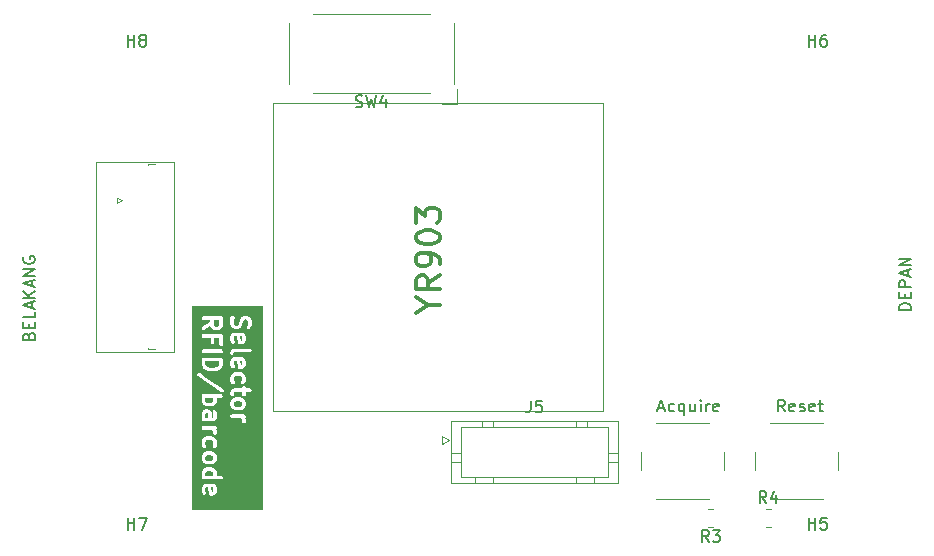
<source format=gbr>
%TF.GenerationSoftware,KiCad,Pcbnew,(7.99.0-200-gad838e3d73)*%
%TF.CreationDate,2024-03-07T11:40:56+07:00*%
%TF.ProjectId,WMS_PCB2,574d535f-5043-4423-922e-6b696361645f,rev?*%
%TF.SameCoordinates,Original*%
%TF.FileFunction,Legend,Top*%
%TF.FilePolarity,Positive*%
%FSLAX46Y46*%
G04 Gerber Fmt 4.6, Leading zero omitted, Abs format (unit mm)*
G04 Created by KiCad (PCBNEW (7.99.0-200-gad838e3d73)) date 2024-03-07 11:40:56*
%MOMM*%
%LPD*%
G01*
G04 APERTURE LIST*
%ADD10C,0.150000*%
%ADD11C,0.300000*%
%ADD12C,0.120000*%
%ADD13C,0.100000*%
G04 APERTURE END LIST*
D10*
X233672381Y-97617666D02*
X234148571Y-97617666D01*
X233577143Y-97903380D02*
X233910476Y-96903380D01*
X233910476Y-96903380D02*
X234243809Y-97903380D01*
X235005714Y-97855761D02*
X234910476Y-97903380D01*
X234910476Y-97903380D02*
X234720000Y-97903380D01*
X234720000Y-97903380D02*
X234624762Y-97855761D01*
X234624762Y-97855761D02*
X234577143Y-97808142D01*
X234577143Y-97808142D02*
X234529524Y-97712904D01*
X234529524Y-97712904D02*
X234529524Y-97427190D01*
X234529524Y-97427190D02*
X234577143Y-97331952D01*
X234577143Y-97331952D02*
X234624762Y-97284333D01*
X234624762Y-97284333D02*
X234720000Y-97236714D01*
X234720000Y-97236714D02*
X234910476Y-97236714D01*
X234910476Y-97236714D02*
X235005714Y-97284333D01*
X235862857Y-97236714D02*
X235862857Y-98236714D01*
X235862857Y-97855761D02*
X235767619Y-97903380D01*
X235767619Y-97903380D02*
X235577143Y-97903380D01*
X235577143Y-97903380D02*
X235481905Y-97855761D01*
X235481905Y-97855761D02*
X235434286Y-97808142D01*
X235434286Y-97808142D02*
X235386667Y-97712904D01*
X235386667Y-97712904D02*
X235386667Y-97427190D01*
X235386667Y-97427190D02*
X235434286Y-97331952D01*
X235434286Y-97331952D02*
X235481905Y-97284333D01*
X235481905Y-97284333D02*
X235577143Y-97236714D01*
X235577143Y-97236714D02*
X235767619Y-97236714D01*
X235767619Y-97236714D02*
X235862857Y-97284333D01*
X236767619Y-97236714D02*
X236767619Y-97903380D01*
X236339048Y-97236714D02*
X236339048Y-97760523D01*
X236339048Y-97760523D02*
X236386667Y-97855761D01*
X236386667Y-97855761D02*
X236481905Y-97903380D01*
X236481905Y-97903380D02*
X236624762Y-97903380D01*
X236624762Y-97903380D02*
X236720000Y-97855761D01*
X236720000Y-97855761D02*
X236767619Y-97808142D01*
X237243810Y-97903380D02*
X237243810Y-97236714D01*
X237243810Y-96903380D02*
X237196191Y-96951000D01*
X237196191Y-96951000D02*
X237243810Y-96998619D01*
X237243810Y-96998619D02*
X237291429Y-96951000D01*
X237291429Y-96951000D02*
X237243810Y-96903380D01*
X237243810Y-96903380D02*
X237243810Y-96998619D01*
X237720000Y-97903380D02*
X237720000Y-97236714D01*
X237720000Y-97427190D02*
X237767619Y-97331952D01*
X237767619Y-97331952D02*
X237815238Y-97284333D01*
X237815238Y-97284333D02*
X237910476Y-97236714D01*
X237910476Y-97236714D02*
X238005714Y-97236714D01*
X238720000Y-97855761D02*
X238624762Y-97903380D01*
X238624762Y-97903380D02*
X238434286Y-97903380D01*
X238434286Y-97903380D02*
X238339048Y-97855761D01*
X238339048Y-97855761D02*
X238291429Y-97760523D01*
X238291429Y-97760523D02*
X238291429Y-97379571D01*
X238291429Y-97379571D02*
X238339048Y-97284333D01*
X238339048Y-97284333D02*
X238434286Y-97236714D01*
X238434286Y-97236714D02*
X238624762Y-97236714D01*
X238624762Y-97236714D02*
X238720000Y-97284333D01*
X238720000Y-97284333D02*
X238767619Y-97379571D01*
X238767619Y-97379571D02*
X238767619Y-97474809D01*
X238767619Y-97474809D02*
X238291429Y-97570047D01*
X180360571Y-91503571D02*
X180408190Y-91360714D01*
X180408190Y-91360714D02*
X180455809Y-91313095D01*
X180455809Y-91313095D02*
X180551047Y-91265476D01*
X180551047Y-91265476D02*
X180693904Y-91265476D01*
X180693904Y-91265476D02*
X180789142Y-91313095D01*
X180789142Y-91313095D02*
X180836761Y-91360714D01*
X180836761Y-91360714D02*
X180884380Y-91455952D01*
X180884380Y-91455952D02*
X180884380Y-91836904D01*
X180884380Y-91836904D02*
X179884380Y-91836904D01*
X179884380Y-91836904D02*
X179884380Y-91503571D01*
X179884380Y-91503571D02*
X179932000Y-91408333D01*
X179932000Y-91408333D02*
X179979619Y-91360714D01*
X179979619Y-91360714D02*
X180074857Y-91313095D01*
X180074857Y-91313095D02*
X180170095Y-91313095D01*
X180170095Y-91313095D02*
X180265333Y-91360714D01*
X180265333Y-91360714D02*
X180312952Y-91408333D01*
X180312952Y-91408333D02*
X180360571Y-91503571D01*
X180360571Y-91503571D02*
X180360571Y-91836904D01*
X180360571Y-90836904D02*
X180360571Y-90503571D01*
X180884380Y-90360714D02*
X180884380Y-90836904D01*
X180884380Y-90836904D02*
X179884380Y-90836904D01*
X179884380Y-90836904D02*
X179884380Y-90360714D01*
X180884380Y-89455952D02*
X180884380Y-89932142D01*
X180884380Y-89932142D02*
X179884380Y-89932142D01*
X180598666Y-89170237D02*
X180598666Y-88694047D01*
X180884380Y-89265475D02*
X179884380Y-88932142D01*
X179884380Y-88932142D02*
X180884380Y-88598809D01*
X180884380Y-88265475D02*
X179884380Y-88265475D01*
X180884380Y-87694047D02*
X180312952Y-88122618D01*
X179884380Y-87694047D02*
X180455809Y-88265475D01*
X180598666Y-87313094D02*
X180598666Y-86836904D01*
X180884380Y-87408332D02*
X179884380Y-87074999D01*
X179884380Y-87074999D02*
X180884380Y-86741666D01*
X180884380Y-86408332D02*
X179884380Y-86408332D01*
X179884380Y-86408332D02*
X180884380Y-85836904D01*
X180884380Y-85836904D02*
X179884380Y-85836904D01*
X179932000Y-84836904D02*
X179884380Y-84932142D01*
X179884380Y-84932142D02*
X179884380Y-85074999D01*
X179884380Y-85074999D02*
X179932000Y-85217856D01*
X179932000Y-85217856D02*
X180027238Y-85313094D01*
X180027238Y-85313094D02*
X180122476Y-85360713D01*
X180122476Y-85360713D02*
X180312952Y-85408332D01*
X180312952Y-85408332D02*
X180455809Y-85408332D01*
X180455809Y-85408332D02*
X180646285Y-85360713D01*
X180646285Y-85360713D02*
X180741523Y-85313094D01*
X180741523Y-85313094D02*
X180836761Y-85217856D01*
X180836761Y-85217856D02*
X180884380Y-85074999D01*
X180884380Y-85074999D02*
X180884380Y-84979761D01*
X180884380Y-84979761D02*
X180836761Y-84836904D01*
X180836761Y-84836904D02*
X180789142Y-84789285D01*
X180789142Y-84789285D02*
X180455809Y-84789285D01*
X180455809Y-84789285D02*
X180455809Y-84979761D01*
X244379904Y-97903380D02*
X244046571Y-97427190D01*
X243808476Y-97903380D02*
X243808476Y-96903380D01*
X243808476Y-96903380D02*
X244189428Y-96903380D01*
X244189428Y-96903380D02*
X244284666Y-96951000D01*
X244284666Y-96951000D02*
X244332285Y-96998619D01*
X244332285Y-96998619D02*
X244379904Y-97093857D01*
X244379904Y-97093857D02*
X244379904Y-97236714D01*
X244379904Y-97236714D02*
X244332285Y-97331952D01*
X244332285Y-97331952D02*
X244284666Y-97379571D01*
X244284666Y-97379571D02*
X244189428Y-97427190D01*
X244189428Y-97427190D02*
X243808476Y-97427190D01*
X245189428Y-97855761D02*
X245094190Y-97903380D01*
X245094190Y-97903380D02*
X244903714Y-97903380D01*
X244903714Y-97903380D02*
X244808476Y-97855761D01*
X244808476Y-97855761D02*
X244760857Y-97760523D01*
X244760857Y-97760523D02*
X244760857Y-97379571D01*
X244760857Y-97379571D02*
X244808476Y-97284333D01*
X244808476Y-97284333D02*
X244903714Y-97236714D01*
X244903714Y-97236714D02*
X245094190Y-97236714D01*
X245094190Y-97236714D02*
X245189428Y-97284333D01*
X245189428Y-97284333D02*
X245237047Y-97379571D01*
X245237047Y-97379571D02*
X245237047Y-97474809D01*
X245237047Y-97474809D02*
X244760857Y-97570047D01*
X245618000Y-97855761D02*
X245713238Y-97903380D01*
X245713238Y-97903380D02*
X245903714Y-97903380D01*
X245903714Y-97903380D02*
X245998952Y-97855761D01*
X245998952Y-97855761D02*
X246046571Y-97760523D01*
X246046571Y-97760523D02*
X246046571Y-97712904D01*
X246046571Y-97712904D02*
X245998952Y-97617666D01*
X245998952Y-97617666D02*
X245903714Y-97570047D01*
X245903714Y-97570047D02*
X245760857Y-97570047D01*
X245760857Y-97570047D02*
X245665619Y-97522428D01*
X245665619Y-97522428D02*
X245618000Y-97427190D01*
X245618000Y-97427190D02*
X245618000Y-97379571D01*
X245618000Y-97379571D02*
X245665619Y-97284333D01*
X245665619Y-97284333D02*
X245760857Y-97236714D01*
X245760857Y-97236714D02*
X245903714Y-97236714D01*
X245903714Y-97236714D02*
X245998952Y-97284333D01*
X246856095Y-97855761D02*
X246760857Y-97903380D01*
X246760857Y-97903380D02*
X246570381Y-97903380D01*
X246570381Y-97903380D02*
X246475143Y-97855761D01*
X246475143Y-97855761D02*
X246427524Y-97760523D01*
X246427524Y-97760523D02*
X246427524Y-97379571D01*
X246427524Y-97379571D02*
X246475143Y-97284333D01*
X246475143Y-97284333D02*
X246570381Y-97236714D01*
X246570381Y-97236714D02*
X246760857Y-97236714D01*
X246760857Y-97236714D02*
X246856095Y-97284333D01*
X246856095Y-97284333D02*
X246903714Y-97379571D01*
X246903714Y-97379571D02*
X246903714Y-97474809D01*
X246903714Y-97474809D02*
X246427524Y-97570047D01*
X247189429Y-97236714D02*
X247570381Y-97236714D01*
X247332286Y-96903380D02*
X247332286Y-97760523D01*
X247332286Y-97760523D02*
X247379905Y-97855761D01*
X247379905Y-97855761D02*
X247475143Y-97903380D01*
X247475143Y-97903380D02*
X247570381Y-97903380D01*
X255052380Y-89296904D02*
X254052380Y-89296904D01*
X254052380Y-89296904D02*
X254052380Y-89058809D01*
X254052380Y-89058809D02*
X254100000Y-88915952D01*
X254100000Y-88915952D02*
X254195238Y-88820714D01*
X254195238Y-88820714D02*
X254290476Y-88773095D01*
X254290476Y-88773095D02*
X254480952Y-88725476D01*
X254480952Y-88725476D02*
X254623809Y-88725476D01*
X254623809Y-88725476D02*
X254814285Y-88773095D01*
X254814285Y-88773095D02*
X254909523Y-88820714D01*
X254909523Y-88820714D02*
X255004761Y-88915952D01*
X255004761Y-88915952D02*
X255052380Y-89058809D01*
X255052380Y-89058809D02*
X255052380Y-89296904D01*
X254528571Y-88296904D02*
X254528571Y-87963571D01*
X255052380Y-87820714D02*
X255052380Y-88296904D01*
X255052380Y-88296904D02*
X254052380Y-88296904D01*
X254052380Y-88296904D02*
X254052380Y-87820714D01*
X255052380Y-87392142D02*
X254052380Y-87392142D01*
X254052380Y-87392142D02*
X254052380Y-87011190D01*
X254052380Y-87011190D02*
X254100000Y-86915952D01*
X254100000Y-86915952D02*
X254147619Y-86868333D01*
X254147619Y-86868333D02*
X254242857Y-86820714D01*
X254242857Y-86820714D02*
X254385714Y-86820714D01*
X254385714Y-86820714D02*
X254480952Y-86868333D01*
X254480952Y-86868333D02*
X254528571Y-86915952D01*
X254528571Y-86915952D02*
X254576190Y-87011190D01*
X254576190Y-87011190D02*
X254576190Y-87392142D01*
X254766666Y-86439761D02*
X254766666Y-85963571D01*
X255052380Y-86534999D02*
X254052380Y-86201666D01*
X254052380Y-86201666D02*
X255052380Y-85868333D01*
X255052380Y-85534999D02*
X254052380Y-85534999D01*
X254052380Y-85534999D02*
X255052380Y-84963571D01*
X255052380Y-84963571D02*
X254052380Y-84963571D01*
D11*
G36*
X195961196Y-104345231D02*
G01*
X195994428Y-104411696D01*
X195994428Y-104626590D01*
X195961196Y-104693053D01*
X195908844Y-104719229D01*
X195827398Y-104312000D01*
X195894731Y-104312000D01*
X195961196Y-104345231D01*
G37*
G36*
X195912717Y-102999563D02*
G01*
X195949722Y-103036568D01*
X195994428Y-103125981D01*
X195994428Y-103340876D01*
X195980294Y-103369143D01*
X195308562Y-103369143D01*
X195294428Y-103340874D01*
X195294428Y-103125982D01*
X195339135Y-103036566D01*
X195376138Y-102999563D01*
X195465552Y-102954857D01*
X195823304Y-102954857D01*
X195912717Y-102999563D01*
G37*
G36*
X195912717Y-101642420D02*
G01*
X195949722Y-101679425D01*
X195994428Y-101768838D01*
X195994428Y-101912304D01*
X195949721Y-102001718D01*
X195912716Y-102038722D01*
X195823304Y-102083428D01*
X195465552Y-102083428D01*
X195376137Y-102038720D01*
X195339135Y-102001718D01*
X195294428Y-101912304D01*
X195294428Y-101768839D01*
X195339135Y-101679423D01*
X195376138Y-101642420D01*
X195465552Y-101597714D01*
X195823304Y-101597714D01*
X195912717Y-101642420D01*
G37*
G36*
X195532624Y-98059517D02*
G01*
X195565857Y-98125983D01*
X195565857Y-98439641D01*
X195565756Y-98440572D01*
X195308562Y-98440572D01*
X195294428Y-98412303D01*
X195294428Y-98125982D01*
X195327660Y-98059517D01*
X195394124Y-98026286D01*
X195466161Y-98026286D01*
X195532624Y-98059517D01*
G37*
G36*
X198342717Y-97070990D02*
G01*
X198379722Y-97107995D01*
X198424428Y-97197408D01*
X198424428Y-97340874D01*
X198379721Y-97430288D01*
X198342716Y-97467292D01*
X198253304Y-97511998D01*
X197895552Y-97511998D01*
X197806137Y-97467290D01*
X197769135Y-97430288D01*
X197724428Y-97340874D01*
X197724428Y-97197409D01*
X197769135Y-97107993D01*
X197806138Y-97070990D01*
X197895552Y-97026284D01*
X198253304Y-97026284D01*
X198342717Y-97070990D01*
G37*
G36*
X195994428Y-96768839D02*
G01*
X195994428Y-96983733D01*
X195949721Y-97073147D01*
X195912716Y-97110151D01*
X195823304Y-97154857D01*
X195465552Y-97154857D01*
X195376137Y-97110149D01*
X195339135Y-97073147D01*
X195294428Y-96983733D01*
X195294428Y-96768839D01*
X195308562Y-96740571D01*
X195980294Y-96740571D01*
X195994428Y-96768839D01*
G37*
G36*
X196494428Y-93851943D02*
G01*
X196441895Y-94009543D01*
X196341286Y-94110150D01*
X196234932Y-94163328D01*
X195983107Y-94226285D01*
X195805749Y-94226285D01*
X195553926Y-94163329D01*
X195447569Y-94110151D01*
X195346961Y-94009543D01*
X195294428Y-93851943D01*
X195294428Y-93669142D01*
X196494428Y-93669142D01*
X196494428Y-93851943D01*
G37*
G36*
X198391196Y-93630944D02*
G01*
X198424428Y-93697409D01*
X198424428Y-93912303D01*
X198391196Y-93978766D01*
X198338844Y-94004942D01*
X198257398Y-93597713D01*
X198324731Y-93597713D01*
X198391196Y-93630944D01*
G37*
G36*
X198391196Y-91559516D02*
G01*
X198424428Y-91625981D01*
X198424428Y-91840875D01*
X198391196Y-91907338D01*
X198338844Y-91933514D01*
X198257398Y-91526285D01*
X198324731Y-91526285D01*
X198391196Y-91559516D01*
G37*
G36*
X196494428Y-90555161D02*
G01*
X196449721Y-90644575D01*
X196412716Y-90681579D01*
X196323304Y-90726285D01*
X196179838Y-90726285D01*
X196090424Y-90681578D01*
X196053419Y-90644573D01*
X196008714Y-90555161D01*
X196008714Y-90384038D01*
X196012455Y-90347939D01*
X196008714Y-90340536D01*
X196008714Y-90169142D01*
X196494428Y-90169142D01*
X196494428Y-90555161D01*
G37*
G36*
X200162286Y-106276286D02*
G01*
X194153714Y-106276286D01*
X194153714Y-104393067D01*
X194988998Y-104393067D01*
X194994428Y-104406159D01*
X194994428Y-104653925D01*
X194990567Y-104689688D01*
X195004274Y-104717102D01*
X195012912Y-104746520D01*
X195023624Y-104755802D01*
X195091339Y-104891230D01*
X195136024Y-104939270D01*
X195221367Y-104961092D01*
X195304960Y-104933312D01*
X195360263Y-104864748D01*
X195369718Y-104777168D01*
X195294428Y-104626590D01*
X195294428Y-104411696D01*
X195327660Y-104345231D01*
X195394124Y-104312000D01*
X195521457Y-104312000D01*
X195635145Y-104880438D01*
X195632543Y-104898535D01*
X195643611Y-104922772D01*
X195644428Y-104926853D01*
X195652537Y-104942317D01*
X195669136Y-104978662D01*
X195672849Y-104981048D01*
X195674899Y-104984957D01*
X195709635Y-105004689D01*
X195743241Y-105026286D01*
X195747654Y-105026286D01*
X195751492Y-105028466D01*
X195791389Y-105026286D01*
X195922066Y-105026286D01*
X195957830Y-105030147D01*
X195985245Y-105016439D01*
X196014662Y-105007802D01*
X196023943Y-104997090D01*
X196105901Y-104956111D01*
X196111730Y-104956317D01*
X196144934Y-104936595D01*
X196159373Y-104929376D01*
X196163407Y-104925623D01*
X196187467Y-104911333D01*
X196195028Y-104896209D01*
X196207413Y-104884690D01*
X196214346Y-104857573D01*
X196274980Y-104736305D01*
X196294428Y-104706044D01*
X196294428Y-104675392D01*
X196299858Y-104645218D01*
X196294428Y-104632126D01*
X196294428Y-104384363D01*
X196298289Y-104348599D01*
X196284581Y-104321184D01*
X196275944Y-104291766D01*
X196265232Y-104282484D01*
X196224254Y-104200527D01*
X196224460Y-104194697D01*
X196204732Y-104161484D01*
X196197519Y-104147056D01*
X196193768Y-104143023D01*
X196179476Y-104118961D01*
X196164352Y-104111399D01*
X196152834Y-104099016D01*
X196125717Y-104092081D01*
X196004446Y-104031447D01*
X195974186Y-104012000D01*
X195943534Y-104012000D01*
X195913360Y-104006570D01*
X195900268Y-104012000D01*
X195684059Y-104012000D01*
X195680221Y-104009820D01*
X195640324Y-104012000D01*
X195366790Y-104012000D01*
X195331027Y-104008139D01*
X195303612Y-104021846D01*
X195274194Y-104030484D01*
X195264912Y-104041195D01*
X195182955Y-104082173D01*
X195177127Y-104081968D01*
X195143922Y-104101690D01*
X195129484Y-104108909D01*
X195125449Y-104112661D01*
X195101390Y-104126952D01*
X195093828Y-104142075D01*
X195081444Y-104153595D01*
X195074510Y-104180710D01*
X195013873Y-104301983D01*
X194994428Y-104332242D01*
X194994428Y-104362893D01*
X194988998Y-104393067D01*
X194153714Y-104393067D01*
X194153714Y-103107352D01*
X194988998Y-103107352D01*
X194994428Y-103120444D01*
X194994428Y-103368209D01*
X194990567Y-103403973D01*
X195004274Y-103431388D01*
X195008758Y-103446657D01*
X195002223Y-103454200D01*
X194989686Y-103541392D01*
X195026279Y-103621519D01*
X195100384Y-103669143D01*
X195196982Y-103669143D01*
X195221366Y-103675378D01*
X195240128Y-103669143D01*
X196070339Y-103669143D01*
X196111731Y-103670602D01*
X196114187Y-103669143D01*
X196665996Y-103669143D01*
X196728948Y-103650659D01*
X196786633Y-103584086D01*
X196799170Y-103496894D01*
X196762577Y-103416767D01*
X196688472Y-103369143D01*
X196298123Y-103369143D01*
X196299858Y-103359503D01*
X196294428Y-103346411D01*
X196294428Y-103098647D01*
X196298289Y-103062884D01*
X196284581Y-103035469D01*
X196275944Y-103006051D01*
X196265232Y-102996769D01*
X196215574Y-102897453D01*
X196210210Y-102872792D01*
X196180998Y-102843580D01*
X196152833Y-102813301D01*
X196149992Y-102812574D01*
X196120935Y-102783517D01*
X196108047Y-102761818D01*
X196071095Y-102743342D01*
X196034802Y-102723524D01*
X196031877Y-102723733D01*
X195933016Y-102674302D01*
X195902758Y-102654857D01*
X195872107Y-102654857D01*
X195841932Y-102649427D01*
X195828840Y-102654857D01*
X195438218Y-102654857D01*
X195402455Y-102650996D01*
X195375040Y-102664703D01*
X195345622Y-102673341D01*
X195336340Y-102684052D01*
X195237022Y-102733710D01*
X195212362Y-102739076D01*
X195183154Y-102768283D01*
X195152872Y-102796452D01*
X195152145Y-102799292D01*
X195123088Y-102828350D01*
X195101390Y-102841238D01*
X195082915Y-102878187D01*
X195063096Y-102914484D01*
X195063305Y-102917407D01*
X195013878Y-103016261D01*
X194994428Y-103046527D01*
X194994428Y-103077180D01*
X194988998Y-103107352D01*
X194153714Y-103107352D01*
X194153714Y-101750209D01*
X194988998Y-101750209D01*
X194994428Y-101763301D01*
X194994428Y-101939639D01*
X194990567Y-101975402D01*
X195004274Y-102002816D01*
X195012912Y-102032234D01*
X195023624Y-102041516D01*
X195073282Y-102140830D01*
X195078647Y-102165492D01*
X195107853Y-102194698D01*
X195136024Y-102224984D01*
X195138864Y-102225710D01*
X195167919Y-102254766D01*
X195180809Y-102276467D01*
X195217767Y-102294946D01*
X195254053Y-102314760D01*
X195256977Y-102314550D01*
X195355836Y-102363980D01*
X195386098Y-102383428D01*
X195416750Y-102383428D01*
X195446924Y-102388858D01*
X195460016Y-102383428D01*
X195850638Y-102383428D01*
X195886401Y-102387289D01*
X195913815Y-102373581D01*
X195943234Y-102364944D01*
X195952515Y-102354232D01*
X196051831Y-102304574D01*
X196076493Y-102299210D01*
X196105704Y-102269998D01*
X196135984Y-102241833D01*
X196136710Y-102238992D01*
X196165767Y-102209935D01*
X196187467Y-102197047D01*
X196205941Y-102160097D01*
X196225761Y-102123802D01*
X196225551Y-102120877D01*
X196274980Y-102022019D01*
X196294428Y-101991758D01*
X196294428Y-101961106D01*
X196299858Y-101930932D01*
X196294428Y-101917840D01*
X196294428Y-101741504D01*
X196298289Y-101705741D01*
X196284581Y-101678326D01*
X196275944Y-101648908D01*
X196265232Y-101639626D01*
X196215574Y-101540310D01*
X196210210Y-101515649D01*
X196180998Y-101486437D01*
X196152833Y-101456158D01*
X196149992Y-101455431D01*
X196120935Y-101426374D01*
X196108047Y-101404675D01*
X196071095Y-101386199D01*
X196034802Y-101366381D01*
X196031877Y-101366590D01*
X195933016Y-101317159D01*
X195902758Y-101297714D01*
X195872107Y-101297714D01*
X195841932Y-101292284D01*
X195828840Y-101297714D01*
X195438218Y-101297714D01*
X195402455Y-101293853D01*
X195375040Y-101307560D01*
X195345622Y-101316198D01*
X195336340Y-101326909D01*
X195237022Y-101376567D01*
X195212362Y-101381933D01*
X195183154Y-101411140D01*
X195152872Y-101439309D01*
X195152145Y-101442149D01*
X195123088Y-101471207D01*
X195101390Y-101484095D01*
X195082915Y-101521044D01*
X195063096Y-101557341D01*
X195063305Y-101560264D01*
X195013878Y-101659118D01*
X194994428Y-101689384D01*
X194994428Y-101720037D01*
X194988998Y-101750209D01*
X194153714Y-101750209D01*
X194153714Y-100464495D01*
X194988998Y-100464495D01*
X194994428Y-100477587D01*
X194994428Y-100725352D01*
X194990567Y-100761116D01*
X195004274Y-100788531D01*
X195012912Y-100817948D01*
X195023623Y-100827229D01*
X195091338Y-100962659D01*
X195136024Y-101010699D01*
X195221366Y-101032521D01*
X195304960Y-101004741D01*
X195360263Y-100936178D01*
X195369718Y-100848598D01*
X195294428Y-100698017D01*
X195294428Y-100483125D01*
X195339135Y-100393709D01*
X195376138Y-100356706D01*
X195465552Y-100312000D01*
X195823304Y-100312000D01*
X195912717Y-100356706D01*
X195949722Y-100393711D01*
X195994428Y-100483124D01*
X195994428Y-100698019D01*
X195929190Y-100828496D01*
X195917570Y-100893068D01*
X195951318Y-100974435D01*
X196023698Y-101024642D01*
X196111731Y-101027745D01*
X196187468Y-100982762D01*
X196274981Y-100807731D01*
X196294428Y-100777472D01*
X196294428Y-100746820D01*
X196299858Y-100716646D01*
X196294428Y-100703554D01*
X196294428Y-100455790D01*
X196298289Y-100420027D01*
X196284581Y-100392612D01*
X196275944Y-100363194D01*
X196265232Y-100353912D01*
X196215574Y-100254596D01*
X196210210Y-100229935D01*
X196180998Y-100200723D01*
X196152833Y-100170444D01*
X196149992Y-100169717D01*
X196120935Y-100140660D01*
X196108047Y-100118961D01*
X196071095Y-100100485D01*
X196034802Y-100080667D01*
X196031877Y-100080876D01*
X195933016Y-100031445D01*
X195902758Y-100012000D01*
X195872107Y-100012000D01*
X195841932Y-100006570D01*
X195828840Y-100012000D01*
X195438218Y-100012000D01*
X195402455Y-100008139D01*
X195375040Y-100021846D01*
X195345622Y-100030484D01*
X195336340Y-100041195D01*
X195237022Y-100090853D01*
X195212362Y-100096219D01*
X195183154Y-100125426D01*
X195152872Y-100153595D01*
X195152145Y-100156435D01*
X195123088Y-100185493D01*
X195101390Y-100198381D01*
X195082915Y-100235330D01*
X195063096Y-100271627D01*
X195063305Y-100274550D01*
X195013878Y-100373404D01*
X194994428Y-100403670D01*
X194994428Y-100434323D01*
X194988998Y-100464495D01*
X194153714Y-100464495D01*
X194153714Y-99327106D01*
X194989686Y-99327106D01*
X195026279Y-99407233D01*
X195100384Y-99454857D01*
X195823303Y-99454857D01*
X195912717Y-99499564D01*
X195949722Y-99536569D01*
X195994428Y-99625982D01*
X195994428Y-99754997D01*
X196012912Y-99817949D01*
X196079485Y-99875634D01*
X196166677Y-99888171D01*
X196246804Y-99851578D01*
X196294428Y-99777473D01*
X196294428Y-99598648D01*
X196298289Y-99562885D01*
X196284581Y-99535470D01*
X196275944Y-99506052D01*
X196265232Y-99496770D01*
X196232807Y-99431919D01*
X196286633Y-99369800D01*
X196299170Y-99282608D01*
X196262577Y-99202481D01*
X196188472Y-99154857D01*
X195872105Y-99154857D01*
X195841933Y-99149427D01*
X195828841Y-99154857D01*
X195122860Y-99154857D01*
X195059908Y-99173341D01*
X195002223Y-99239914D01*
X194989686Y-99327106D01*
X194153714Y-99327106D01*
X194153714Y-98107353D01*
X194988998Y-98107353D01*
X194994428Y-98120445D01*
X194994428Y-98439638D01*
X194990567Y-98475402D01*
X195004274Y-98502817D01*
X195008758Y-98518086D01*
X195002223Y-98525629D01*
X194989686Y-98612821D01*
X195026279Y-98692948D01*
X195100384Y-98740572D01*
X195196982Y-98740572D01*
X195221366Y-98746807D01*
X195240128Y-98740572D01*
X195768407Y-98740572D01*
X195792794Y-98746808D01*
X195811559Y-98740572D01*
X195922066Y-98740572D01*
X195957830Y-98744433D01*
X195985245Y-98730725D01*
X196014662Y-98722088D01*
X196023943Y-98711376D01*
X196105901Y-98670397D01*
X196111730Y-98670603D01*
X196144934Y-98650881D01*
X196159373Y-98643662D01*
X196163407Y-98639909D01*
X196187467Y-98625619D01*
X196195028Y-98610495D01*
X196207413Y-98598976D01*
X196214346Y-98571859D01*
X196274980Y-98450591D01*
X196294428Y-98420330D01*
X196294428Y-98389678D01*
X196299858Y-98359504D01*
X196294428Y-98346412D01*
X196294428Y-98327104D01*
X197419686Y-98327104D01*
X197456279Y-98407231D01*
X197530384Y-98454855D01*
X198253303Y-98454855D01*
X198342717Y-98499562D01*
X198379722Y-98536567D01*
X198424428Y-98625980D01*
X198424428Y-98754995D01*
X198442912Y-98817947D01*
X198509485Y-98875632D01*
X198596677Y-98888169D01*
X198676804Y-98851576D01*
X198724428Y-98777471D01*
X198724428Y-98598646D01*
X198728289Y-98562883D01*
X198714581Y-98535468D01*
X198705944Y-98506050D01*
X198695232Y-98496768D01*
X198662807Y-98431917D01*
X198716633Y-98369798D01*
X198729170Y-98282606D01*
X198692577Y-98202479D01*
X198618472Y-98154855D01*
X198302105Y-98154855D01*
X198271933Y-98149425D01*
X198258841Y-98154855D01*
X197552860Y-98154855D01*
X197489908Y-98173339D01*
X197432223Y-98239912D01*
X197419686Y-98327104D01*
X196294428Y-98327104D01*
X196294428Y-98098649D01*
X196298289Y-98062885D01*
X196284581Y-98035470D01*
X196275944Y-98006052D01*
X196265232Y-97996770D01*
X196197519Y-97861342D01*
X196152834Y-97813302D01*
X196067492Y-97791479D01*
X195983898Y-97819258D01*
X195928595Y-97887821D01*
X195919139Y-97975401D01*
X195994428Y-98125982D01*
X195994428Y-98340876D01*
X195961196Y-98407339D01*
X195894731Y-98440572D01*
X195879990Y-98440572D01*
X195865857Y-98412305D01*
X195865857Y-98098648D01*
X195869718Y-98062884D01*
X195856010Y-98035468D01*
X195847373Y-98006052D01*
X195836661Y-97996770D01*
X195795682Y-97914812D01*
X195795888Y-97908984D01*
X195776166Y-97875779D01*
X195768947Y-97861341D01*
X195765194Y-97857306D01*
X195750904Y-97833247D01*
X195735780Y-97825685D01*
X195724261Y-97813301D01*
X195697144Y-97806367D01*
X195575873Y-97745731D01*
X195545615Y-97726286D01*
X195514964Y-97726286D01*
X195484789Y-97720856D01*
X195471697Y-97726286D01*
X195366790Y-97726286D01*
X195331027Y-97722425D01*
X195303612Y-97736132D01*
X195274194Y-97744770D01*
X195264912Y-97755481D01*
X195182955Y-97796459D01*
X195177127Y-97796254D01*
X195143922Y-97815976D01*
X195129484Y-97823195D01*
X195125449Y-97826947D01*
X195101390Y-97841238D01*
X195093828Y-97856361D01*
X195081444Y-97867881D01*
X195074510Y-97894996D01*
X195013873Y-98016269D01*
X194994428Y-98046528D01*
X194994428Y-98077179D01*
X194988998Y-98107353D01*
X194153714Y-98107353D01*
X194153714Y-96750210D01*
X194988998Y-96750210D01*
X194994428Y-96763302D01*
X194994428Y-97011068D01*
X194990567Y-97046831D01*
X195004274Y-97074245D01*
X195012912Y-97103663D01*
X195023624Y-97112945D01*
X195073282Y-97212259D01*
X195078647Y-97236921D01*
X195107853Y-97266127D01*
X195136024Y-97296413D01*
X195138864Y-97297139D01*
X195167919Y-97326195D01*
X195180809Y-97347896D01*
X195217767Y-97366375D01*
X195254053Y-97386189D01*
X195256977Y-97385979D01*
X195355836Y-97435409D01*
X195386098Y-97454857D01*
X195416750Y-97454857D01*
X195446924Y-97460287D01*
X195460016Y-97454857D01*
X195850638Y-97454857D01*
X195886401Y-97458718D01*
X195913815Y-97445010D01*
X195943234Y-97436373D01*
X195952515Y-97425661D01*
X196051831Y-97376003D01*
X196076493Y-97370639D01*
X196105704Y-97341427D01*
X196135984Y-97313262D01*
X196136710Y-97310421D01*
X196165767Y-97281364D01*
X196187467Y-97268476D01*
X196205941Y-97231526D01*
X196225761Y-97195231D01*
X196225551Y-97192306D01*
X196232315Y-97178779D01*
X197418998Y-97178779D01*
X197424428Y-97191871D01*
X197424428Y-97368209D01*
X197420567Y-97403972D01*
X197434274Y-97431386D01*
X197442912Y-97460804D01*
X197453624Y-97470086D01*
X197503282Y-97569400D01*
X197508647Y-97594062D01*
X197537853Y-97623268D01*
X197566024Y-97653554D01*
X197568864Y-97654280D01*
X197597919Y-97683336D01*
X197610809Y-97705037D01*
X197647767Y-97723516D01*
X197684053Y-97743330D01*
X197686977Y-97743120D01*
X197785836Y-97792550D01*
X197816098Y-97811998D01*
X197846750Y-97811998D01*
X197876924Y-97817428D01*
X197890016Y-97811998D01*
X198280638Y-97811998D01*
X198316401Y-97815859D01*
X198343815Y-97802151D01*
X198373234Y-97793514D01*
X198382515Y-97782802D01*
X198481831Y-97733144D01*
X198506493Y-97727780D01*
X198535704Y-97698568D01*
X198565984Y-97670403D01*
X198566710Y-97667562D01*
X198595767Y-97638505D01*
X198617467Y-97625617D01*
X198635941Y-97588667D01*
X198655761Y-97552372D01*
X198655551Y-97549447D01*
X198704980Y-97450589D01*
X198724428Y-97420328D01*
X198724428Y-97389676D01*
X198729858Y-97359502D01*
X198724428Y-97346410D01*
X198724428Y-97170074D01*
X198728289Y-97134311D01*
X198714581Y-97106896D01*
X198705944Y-97077478D01*
X198695232Y-97068196D01*
X198645574Y-96968880D01*
X198640210Y-96944219D01*
X198610998Y-96915007D01*
X198582833Y-96884728D01*
X198579992Y-96884001D01*
X198550935Y-96854944D01*
X198538047Y-96833245D01*
X198501095Y-96814769D01*
X198464802Y-96794951D01*
X198461877Y-96795160D01*
X198363016Y-96745729D01*
X198332758Y-96726284D01*
X198302107Y-96726284D01*
X198271932Y-96720854D01*
X198258840Y-96726284D01*
X197868218Y-96726284D01*
X197832455Y-96722423D01*
X197805040Y-96736130D01*
X197775622Y-96744768D01*
X197766340Y-96755479D01*
X197667022Y-96805137D01*
X197642362Y-96810503D01*
X197613154Y-96839710D01*
X197582872Y-96867879D01*
X197582145Y-96870719D01*
X197553088Y-96899777D01*
X197531390Y-96912665D01*
X197512915Y-96949614D01*
X197493096Y-96985911D01*
X197493305Y-96988834D01*
X197443878Y-97087688D01*
X197424428Y-97117954D01*
X197424428Y-97148607D01*
X197418998Y-97178779D01*
X196232315Y-97178779D01*
X196274980Y-97093448D01*
X196294428Y-97063187D01*
X196294428Y-97032535D01*
X196299858Y-97002361D01*
X196294428Y-96989269D01*
X196294428Y-96741506D01*
X196294529Y-96740571D01*
X196665996Y-96740571D01*
X196728948Y-96722087D01*
X196786633Y-96655514D01*
X196799170Y-96568322D01*
X196762577Y-96488195D01*
X196688472Y-96440571D01*
X196091875Y-96440571D01*
X196067492Y-96434336D01*
X196048729Y-96440571D01*
X195218521Y-96440571D01*
X195177127Y-96439111D01*
X195174669Y-96440571D01*
X195122860Y-96440571D01*
X195059908Y-96459055D01*
X195002223Y-96525628D01*
X194989686Y-96612820D01*
X195012096Y-96661891D01*
X194994428Y-96689385D01*
X194994428Y-96720036D01*
X194988998Y-96750210D01*
X194153714Y-96750210D01*
X194153714Y-96321636D01*
X197418998Y-96321636D01*
X197424428Y-96334728D01*
X197424428Y-96469280D01*
X197442912Y-96532232D01*
X197509485Y-96589917D01*
X197596677Y-96602454D01*
X197676804Y-96565861D01*
X197724428Y-96491756D01*
X197724428Y-96340266D01*
X197757660Y-96273800D01*
X197824124Y-96240569D01*
X198424428Y-96240569D01*
X198424428Y-96469280D01*
X198442912Y-96532232D01*
X198509485Y-96589917D01*
X198596677Y-96602454D01*
X198676804Y-96565861D01*
X198724428Y-96491756D01*
X198724428Y-96240569D01*
X199095996Y-96240569D01*
X199158948Y-96222085D01*
X199216633Y-96155512D01*
X199229170Y-96068320D01*
X199192577Y-95988193D01*
X199118472Y-95940569D01*
X198724428Y-95940569D01*
X198724428Y-95854716D01*
X198705944Y-95791764D01*
X198639371Y-95734079D01*
X198552179Y-95721542D01*
X198472052Y-95758135D01*
X198424428Y-95832240D01*
X198424428Y-95940569D01*
X197796789Y-95940569D01*
X197761025Y-95936708D01*
X197733609Y-95950416D01*
X197704194Y-95959053D01*
X197694912Y-95969764D01*
X197612956Y-96010743D01*
X197607127Y-96010538D01*
X197573913Y-96030265D01*
X197559484Y-96037480D01*
X197555452Y-96041230D01*
X197531390Y-96055522D01*
X197523828Y-96070645D01*
X197511444Y-96082165D01*
X197504510Y-96109280D01*
X197443878Y-96230545D01*
X197424428Y-96260811D01*
X197424428Y-96291464D01*
X197418998Y-96321636D01*
X194153714Y-96321636D01*
X194153714Y-94824502D01*
X194632191Y-94824502D01*
X194667433Y-94905233D01*
X196650598Y-96227342D01*
X196713230Y-96246882D01*
X196798155Y-96223488D01*
X196856952Y-96157894D01*
X196870951Y-96070926D01*
X196835709Y-95990195D01*
X195404298Y-95035922D01*
X197418998Y-95035922D01*
X197424428Y-95049014D01*
X197424428Y-95296779D01*
X197420567Y-95332543D01*
X197434274Y-95359958D01*
X197442912Y-95389375D01*
X197453623Y-95398656D01*
X197521338Y-95534086D01*
X197566024Y-95582126D01*
X197651366Y-95603948D01*
X197734960Y-95576168D01*
X197790263Y-95507605D01*
X197799718Y-95420025D01*
X197724428Y-95269444D01*
X197724428Y-95054552D01*
X197769135Y-94965136D01*
X197806138Y-94928133D01*
X197895552Y-94883427D01*
X198253304Y-94883427D01*
X198342717Y-94928133D01*
X198379722Y-94965138D01*
X198424428Y-95054551D01*
X198424428Y-95269446D01*
X198359190Y-95399923D01*
X198347570Y-95464495D01*
X198381318Y-95545862D01*
X198453698Y-95596069D01*
X198541731Y-95599172D01*
X198617468Y-95554189D01*
X198704981Y-95379158D01*
X198724428Y-95348899D01*
X198724428Y-95318247D01*
X198729858Y-95288073D01*
X198724428Y-95274981D01*
X198724428Y-95027217D01*
X198728289Y-94991454D01*
X198714581Y-94964039D01*
X198705944Y-94934621D01*
X198695232Y-94925339D01*
X198645574Y-94826023D01*
X198640210Y-94801362D01*
X198610998Y-94772150D01*
X198582833Y-94741871D01*
X198579992Y-94741144D01*
X198550935Y-94712087D01*
X198538047Y-94690388D01*
X198501095Y-94671912D01*
X198464802Y-94652094D01*
X198461877Y-94652303D01*
X198363016Y-94602872D01*
X198332758Y-94583427D01*
X198302107Y-94583427D01*
X198271932Y-94577997D01*
X198258840Y-94583427D01*
X197868218Y-94583427D01*
X197832455Y-94579566D01*
X197805040Y-94593273D01*
X197775622Y-94601911D01*
X197766340Y-94612622D01*
X197667022Y-94662280D01*
X197642362Y-94667646D01*
X197613154Y-94696853D01*
X197582872Y-94725022D01*
X197582145Y-94727862D01*
X197553088Y-94756920D01*
X197531390Y-94769808D01*
X197512915Y-94806757D01*
X197493096Y-94843054D01*
X197493305Y-94845977D01*
X197443878Y-94944831D01*
X197424428Y-94975097D01*
X197424428Y-95005750D01*
X197418998Y-95035922D01*
X195404298Y-95035922D01*
X194852544Y-94668086D01*
X194789912Y-94648546D01*
X194704987Y-94671940D01*
X194646190Y-94737534D01*
X194632191Y-94824502D01*
X194153714Y-94824502D01*
X194153714Y-93881936D01*
X194988198Y-93881936D01*
X195001261Y-93921127D01*
X195012912Y-93960805D01*
X195015127Y-93962724D01*
X195070999Y-94130340D01*
X195078647Y-94165493D01*
X195100323Y-94187169D01*
X195117818Y-94212342D01*
X195130913Y-94217759D01*
X195239347Y-94326193D01*
X195252237Y-94347895D01*
X195289207Y-94366380D01*
X195325483Y-94386188D01*
X195328405Y-94385979D01*
X195410592Y-94427072D01*
X195422462Y-94439696D01*
X195449215Y-94446384D01*
X195453779Y-94448666D01*
X195470069Y-94451597D01*
X195726954Y-94515818D01*
X195743241Y-94526285D01*
X195768821Y-94526285D01*
X195771829Y-94527037D01*
X195790334Y-94526285D01*
X195976883Y-94526285D01*
X195995222Y-94532489D01*
X196020038Y-94526285D01*
X196023139Y-94526285D01*
X196040912Y-94521066D01*
X196297744Y-94456858D01*
X196314973Y-94458718D01*
X196339640Y-94446384D01*
X196344589Y-94445147D01*
X196358861Y-94436773D01*
X196480400Y-94376003D01*
X196505064Y-94370638D01*
X196534289Y-94341413D01*
X196564555Y-94313261D01*
X196565281Y-94310421D01*
X196673357Y-94202346D01*
X196701375Y-94179789D01*
X196711068Y-94150709D01*
X196725760Y-94123803D01*
X196724748Y-94109666D01*
X196780783Y-93941559D01*
X196794428Y-93920329D01*
X196794428Y-93879006D01*
X196795922Y-93837691D01*
X196794428Y-93835170D01*
X196794428Y-93678780D01*
X197418998Y-93678780D01*
X197424428Y-93691872D01*
X197424428Y-93939638D01*
X197420567Y-93975401D01*
X197434274Y-94002815D01*
X197442912Y-94032233D01*
X197453624Y-94041515D01*
X197521339Y-94176943D01*
X197566024Y-94224983D01*
X197651367Y-94246805D01*
X197734960Y-94219025D01*
X197790263Y-94150461D01*
X197799718Y-94062881D01*
X197724428Y-93912303D01*
X197724428Y-93697409D01*
X197757660Y-93630944D01*
X197824124Y-93597713D01*
X197951457Y-93597713D01*
X198065145Y-94166151D01*
X198062543Y-94184248D01*
X198073611Y-94208485D01*
X198074428Y-94212566D01*
X198082537Y-94228030D01*
X198099136Y-94264375D01*
X198102849Y-94266761D01*
X198104899Y-94270670D01*
X198139635Y-94290402D01*
X198173241Y-94311999D01*
X198177654Y-94311999D01*
X198181492Y-94314179D01*
X198221389Y-94311999D01*
X198352066Y-94311999D01*
X198387830Y-94315860D01*
X198415245Y-94302152D01*
X198444662Y-94293515D01*
X198453943Y-94282803D01*
X198535901Y-94241824D01*
X198541730Y-94242030D01*
X198574934Y-94222308D01*
X198589373Y-94215089D01*
X198593407Y-94211336D01*
X198617467Y-94197046D01*
X198625028Y-94181922D01*
X198637413Y-94170403D01*
X198644346Y-94143286D01*
X198704980Y-94022018D01*
X198724428Y-93991757D01*
X198724428Y-93961105D01*
X198729858Y-93930931D01*
X198724428Y-93917839D01*
X198724428Y-93670076D01*
X198728289Y-93634312D01*
X198714581Y-93606897D01*
X198705944Y-93577479D01*
X198695232Y-93568197D01*
X198654254Y-93486240D01*
X198654460Y-93480410D01*
X198634732Y-93447197D01*
X198627519Y-93432769D01*
X198623768Y-93428736D01*
X198609476Y-93404674D01*
X198594352Y-93397112D01*
X198582834Y-93384729D01*
X198555717Y-93377794D01*
X198434446Y-93317160D01*
X198404186Y-93297713D01*
X198373534Y-93297713D01*
X198343360Y-93292283D01*
X198330268Y-93297713D01*
X198114059Y-93297713D01*
X198110221Y-93295533D01*
X198070324Y-93297713D01*
X197796790Y-93297713D01*
X197761027Y-93293852D01*
X197733612Y-93307559D01*
X197704194Y-93316197D01*
X197694912Y-93326908D01*
X197612955Y-93367886D01*
X197607127Y-93367681D01*
X197573922Y-93387403D01*
X197559484Y-93394622D01*
X197555449Y-93398374D01*
X197531390Y-93412665D01*
X197523828Y-93427788D01*
X197511444Y-93439308D01*
X197504510Y-93466423D01*
X197443873Y-93587696D01*
X197424428Y-93617955D01*
X197424428Y-93648606D01*
X197418998Y-93678780D01*
X196794428Y-93678780D01*
X196794428Y-93529873D01*
X196799170Y-93496893D01*
X196785329Y-93466586D01*
X196775944Y-93434622D01*
X196767318Y-93427147D01*
X196762577Y-93416766D01*
X196734549Y-93398753D01*
X196709371Y-93376937D01*
X196698073Y-93375312D01*
X196688472Y-93369142D01*
X196655159Y-93369142D01*
X196622179Y-93364400D01*
X196611796Y-93369142D01*
X195155159Y-93369142D01*
X195122179Y-93364400D01*
X195091872Y-93378240D01*
X195059908Y-93387626D01*
X195052433Y-93396251D01*
X195042052Y-93400993D01*
X195024039Y-93429020D01*
X195002223Y-93454199D01*
X195000598Y-93465496D01*
X194994428Y-93475098D01*
X194994428Y-93508411D01*
X194989686Y-93541391D01*
X194994428Y-93551774D01*
X194994428Y-93857479D01*
X194988198Y-93881936D01*
X194153714Y-93881936D01*
X194153714Y-92964494D01*
X197418998Y-92964494D01*
X197452745Y-93045861D01*
X197525125Y-93096068D01*
X197613158Y-93099173D01*
X197688895Y-93054190D01*
X197757660Y-92916658D01*
X197824124Y-92883427D01*
X199095996Y-92883427D01*
X199158948Y-92864943D01*
X199216633Y-92798370D01*
X199229170Y-92711178D01*
X199192577Y-92631051D01*
X199118472Y-92583427D01*
X197796789Y-92583427D01*
X197761025Y-92579566D01*
X197733609Y-92593274D01*
X197704194Y-92601911D01*
X197694912Y-92612622D01*
X197612956Y-92653601D01*
X197607127Y-92653396D01*
X197573913Y-92673123D01*
X197559484Y-92680338D01*
X197555452Y-92684088D01*
X197531390Y-92698380D01*
X197523828Y-92713503D01*
X197511444Y-92725023D01*
X197504510Y-92752138D01*
X197430619Y-92899922D01*
X197418998Y-92964494D01*
X194153714Y-92964494D01*
X194153714Y-92827105D01*
X194989686Y-92827105D01*
X195026279Y-92907232D01*
X195100384Y-92954856D01*
X196665996Y-92954856D01*
X196728948Y-92936372D01*
X196786633Y-92869799D01*
X196799170Y-92782607D01*
X196762577Y-92702480D01*
X196688472Y-92654856D01*
X195122860Y-92654856D01*
X195059908Y-92673340D01*
X195002223Y-92739913D01*
X194989686Y-92827105D01*
X194153714Y-92827105D01*
X194153714Y-91541391D01*
X194989686Y-91541391D01*
X195026279Y-91621518D01*
X195100384Y-91669142D01*
X195780142Y-91669142D01*
X195780142Y-92040710D01*
X195798626Y-92103662D01*
X195865199Y-92161347D01*
X195952391Y-92173884D01*
X196032518Y-92137291D01*
X196080142Y-92063186D01*
X196080142Y-91669142D01*
X196494428Y-91669142D01*
X196494428Y-92254996D01*
X196512912Y-92317948D01*
X196579485Y-92375633D01*
X196666677Y-92388170D01*
X196746804Y-92351577D01*
X196794428Y-92277472D01*
X196794428Y-91607352D01*
X197418998Y-91607352D01*
X197424428Y-91620444D01*
X197424428Y-91868210D01*
X197420567Y-91903973D01*
X197434274Y-91931387D01*
X197442912Y-91960805D01*
X197453624Y-91970087D01*
X197521339Y-92105515D01*
X197566024Y-92153555D01*
X197651367Y-92175377D01*
X197734960Y-92147597D01*
X197790263Y-92079033D01*
X197799718Y-91991453D01*
X197724428Y-91840875D01*
X197724428Y-91625981D01*
X197757660Y-91559516D01*
X197824124Y-91526285D01*
X197951457Y-91526285D01*
X198065145Y-92094723D01*
X198062543Y-92112820D01*
X198073611Y-92137057D01*
X198074428Y-92141138D01*
X198082537Y-92156602D01*
X198099136Y-92192947D01*
X198102849Y-92195333D01*
X198104899Y-92199242D01*
X198139635Y-92218974D01*
X198173241Y-92240571D01*
X198177654Y-92240571D01*
X198181492Y-92242751D01*
X198221389Y-92240571D01*
X198352066Y-92240571D01*
X198387830Y-92244432D01*
X198415245Y-92230724D01*
X198444662Y-92222087D01*
X198453943Y-92211375D01*
X198535901Y-92170396D01*
X198541730Y-92170602D01*
X198574934Y-92150880D01*
X198589373Y-92143661D01*
X198593407Y-92139908D01*
X198617467Y-92125618D01*
X198625028Y-92110494D01*
X198637413Y-92098975D01*
X198644346Y-92071858D01*
X198704980Y-91950590D01*
X198724428Y-91920329D01*
X198724428Y-91889677D01*
X198729858Y-91859503D01*
X198724428Y-91846411D01*
X198724428Y-91598648D01*
X198728289Y-91562884D01*
X198714581Y-91535469D01*
X198705944Y-91506051D01*
X198695232Y-91496769D01*
X198654254Y-91414812D01*
X198654460Y-91408982D01*
X198634732Y-91375769D01*
X198627519Y-91361341D01*
X198623768Y-91357308D01*
X198609476Y-91333246D01*
X198594352Y-91325684D01*
X198582834Y-91313301D01*
X198555717Y-91306366D01*
X198434446Y-91245732D01*
X198404186Y-91226285D01*
X198373534Y-91226285D01*
X198343360Y-91220855D01*
X198330268Y-91226285D01*
X198114059Y-91226285D01*
X198110221Y-91224105D01*
X198070324Y-91226285D01*
X197796790Y-91226285D01*
X197761027Y-91222424D01*
X197733612Y-91236131D01*
X197704194Y-91244769D01*
X197694912Y-91255480D01*
X197612955Y-91296458D01*
X197607127Y-91296253D01*
X197573922Y-91315975D01*
X197559484Y-91323194D01*
X197555449Y-91326946D01*
X197531390Y-91341237D01*
X197523828Y-91356360D01*
X197511444Y-91367880D01*
X197504510Y-91394995D01*
X197443873Y-91516268D01*
X197424428Y-91546527D01*
X197424428Y-91577178D01*
X197418998Y-91607352D01*
X196794428Y-91607352D01*
X196794428Y-91529873D01*
X196799170Y-91496893D01*
X196785329Y-91466586D01*
X196775944Y-91434622D01*
X196767318Y-91427147D01*
X196762577Y-91416766D01*
X196734549Y-91398753D01*
X196709371Y-91376937D01*
X196698073Y-91375312D01*
X196688472Y-91369142D01*
X196655159Y-91369142D01*
X196622179Y-91364400D01*
X196611796Y-91369142D01*
X195940873Y-91369142D01*
X195907893Y-91364400D01*
X195897510Y-91369142D01*
X195122860Y-91369142D01*
X195059908Y-91387626D01*
X195002223Y-91454199D01*
X194989686Y-91541391D01*
X194153714Y-91541391D01*
X194153714Y-90041391D01*
X194989686Y-90041391D01*
X195026279Y-90121518D01*
X195100384Y-90169142D01*
X195708714Y-90169142D01*
X195708714Y-90298187D01*
X195040739Y-90765769D01*
X194999767Y-90817012D01*
X194990687Y-90904631D01*
X195030417Y-90983251D01*
X195106345Y-91027909D01*
X195194365Y-91024427D01*
X195721438Y-90655475D01*
X195727198Y-90675091D01*
X195737909Y-90684372D01*
X195787567Y-90783688D01*
X195792932Y-90808350D01*
X195822137Y-90837555D01*
X195850309Y-90867841D01*
X195853149Y-90868567D01*
X195882206Y-90897624D01*
X195895095Y-90919324D01*
X195932044Y-90937798D01*
X195968340Y-90957618D01*
X195971264Y-90957408D01*
X196070122Y-91006837D01*
X196100384Y-91026285D01*
X196131036Y-91026285D01*
X196161210Y-91031715D01*
X196174302Y-91026285D01*
X196350638Y-91026285D01*
X196386401Y-91030146D01*
X196413815Y-91016438D01*
X196443234Y-91007801D01*
X196452515Y-90997089D01*
X196551831Y-90947431D01*
X196576493Y-90942067D01*
X196605704Y-90912855D01*
X196635984Y-90884690D01*
X196636710Y-90881849D01*
X196665767Y-90852792D01*
X196687467Y-90839904D01*
X196705941Y-90802954D01*
X196725761Y-90766659D01*
X196725551Y-90763734D01*
X196774980Y-90664876D01*
X196794428Y-90634615D01*
X196794428Y-90603963D01*
X196799858Y-90573789D01*
X196794428Y-90560697D01*
X196794428Y-90546830D01*
X197420567Y-90546830D01*
X197434274Y-90574245D01*
X197442912Y-90603662D01*
X197453623Y-90612943D01*
X197503282Y-90712261D01*
X197508647Y-90736922D01*
X197537852Y-90766127D01*
X197566024Y-90796413D01*
X197568864Y-90797139D01*
X197597918Y-90826193D01*
X197610808Y-90847895D01*
X197647774Y-90866378D01*
X197684053Y-90886188D01*
X197686975Y-90885978D01*
X197785836Y-90935409D01*
X197816098Y-90954857D01*
X197846751Y-90954857D01*
X197876923Y-90960287D01*
X197890015Y-90954857D01*
X197994925Y-90954857D01*
X198030688Y-90958718D01*
X198058102Y-90945010D01*
X198087520Y-90936373D01*
X198096802Y-90925660D01*
X198196115Y-90876003D01*
X198220779Y-90870638D01*
X198249999Y-90841417D01*
X198280270Y-90813261D01*
X198280996Y-90810420D01*
X198310052Y-90781364D01*
X198331752Y-90768476D01*
X198350230Y-90731519D01*
X198370045Y-90695232D01*
X198369835Y-90692308D01*
X198410930Y-90610119D01*
X198423553Y-90598251D01*
X198430240Y-90571499D01*
X198432524Y-90566933D01*
X198435456Y-90550635D01*
X198501668Y-90285785D01*
X198554849Y-90179425D01*
X198591854Y-90142419D01*
X198681267Y-90097714D01*
X198753304Y-90097714D01*
X198842717Y-90142420D01*
X198879722Y-90179425D01*
X198924428Y-90268838D01*
X198924428Y-90566229D01*
X198853877Y-90777884D01*
X198851506Y-90843451D01*
X198896421Y-90919228D01*
X198975174Y-90958694D01*
X199062761Y-90949317D01*
X199131375Y-90894075D01*
X199210783Y-90655845D01*
X199224428Y-90634615D01*
X199224428Y-90593292D01*
X199225922Y-90551977D01*
X199224428Y-90549456D01*
X199224428Y-90241504D01*
X199228289Y-90205741D01*
X199214581Y-90178326D01*
X199205944Y-90148908D01*
X199195232Y-90139626D01*
X199145574Y-90040310D01*
X199140210Y-90015649D01*
X199110998Y-89986437D01*
X199082833Y-89956158D01*
X199079992Y-89955431D01*
X199050935Y-89926374D01*
X199038047Y-89904675D01*
X199001095Y-89886199D01*
X198964802Y-89866381D01*
X198961877Y-89866590D01*
X198863016Y-89817159D01*
X198832758Y-89797714D01*
X198802107Y-89797714D01*
X198771932Y-89792284D01*
X198758840Y-89797714D01*
X198653933Y-89797714D01*
X198618170Y-89793853D01*
X198590755Y-89807560D01*
X198561337Y-89816198D01*
X198552055Y-89826909D01*
X198452739Y-89876567D01*
X198428078Y-89881932D01*
X198398866Y-89911143D01*
X198368587Y-89939309D01*
X198367860Y-89942149D01*
X198338803Y-89971206D01*
X198317104Y-89984095D01*
X198298628Y-90021046D01*
X198278810Y-90057340D01*
X198279019Y-90060264D01*
X198237927Y-90142448D01*
X198225303Y-90154319D01*
X198218614Y-90181074D01*
X198216333Y-90185637D01*
X198213401Y-90201924D01*
X198147186Y-90466785D01*
X198094006Y-90573145D01*
X198057002Y-90610150D01*
X197967590Y-90654857D01*
X197895552Y-90654857D01*
X197806141Y-90610151D01*
X197769135Y-90573145D01*
X197724428Y-90483731D01*
X197724428Y-90186341D01*
X197794980Y-89974688D01*
X197797352Y-89909121D01*
X197752437Y-89833344D01*
X197673684Y-89793877D01*
X197586097Y-89803254D01*
X197517482Y-89858496D01*
X197438072Y-90096724D01*
X197424428Y-90117956D01*
X197424428Y-90159269D01*
X197422933Y-90200593D01*
X197424428Y-90203115D01*
X197424428Y-90511066D01*
X197420567Y-90546830D01*
X196794428Y-90546830D01*
X196794428Y-90029873D01*
X196799170Y-89996893D01*
X196785329Y-89966586D01*
X196775944Y-89934622D01*
X196767318Y-89927147D01*
X196762577Y-89916766D01*
X196734549Y-89898753D01*
X196709371Y-89876937D01*
X196698073Y-89875312D01*
X196688472Y-89869142D01*
X196655159Y-89869142D01*
X196622179Y-89864400D01*
X196611796Y-89869142D01*
X195869445Y-89869142D01*
X195836465Y-89864400D01*
X195826082Y-89869142D01*
X195122860Y-89869142D01*
X195059908Y-89887626D01*
X195002223Y-89954199D01*
X194989686Y-90041391D01*
X194153714Y-90041391D01*
X194153714Y-88997714D01*
X200162286Y-88997714D01*
X200162286Y-106276286D01*
G37*
%TO.C,U7*%
X214203780Y-88868143D02*
X215156161Y-88868143D01*
X213156161Y-89534809D02*
X214203780Y-88868143D01*
X214203780Y-88868143D02*
X213156161Y-88201476D01*
X215156161Y-86391952D02*
X214203780Y-87058619D01*
X215156161Y-87534809D02*
X213156161Y-87534809D01*
X213156161Y-87534809D02*
X213156161Y-86772904D01*
X213156161Y-86772904D02*
X213251400Y-86582428D01*
X213251400Y-86582428D02*
X213346638Y-86487190D01*
X213346638Y-86487190D02*
X213537114Y-86391952D01*
X213537114Y-86391952D02*
X213822828Y-86391952D01*
X213822828Y-86391952D02*
X214013304Y-86487190D01*
X214013304Y-86487190D02*
X214108542Y-86582428D01*
X214108542Y-86582428D02*
X214203780Y-86772904D01*
X214203780Y-86772904D02*
X214203780Y-87534809D01*
X215156161Y-85439571D02*
X215156161Y-85058619D01*
X215156161Y-85058619D02*
X215060923Y-84868142D01*
X215060923Y-84868142D02*
X214965685Y-84772904D01*
X214965685Y-84772904D02*
X214679971Y-84582428D01*
X214679971Y-84582428D02*
X214299019Y-84487190D01*
X214299019Y-84487190D02*
X213537114Y-84487190D01*
X213537114Y-84487190D02*
X213346638Y-84582428D01*
X213346638Y-84582428D02*
X213251400Y-84677666D01*
X213251400Y-84677666D02*
X213156161Y-84868142D01*
X213156161Y-84868142D02*
X213156161Y-85249095D01*
X213156161Y-85249095D02*
X213251400Y-85439571D01*
X213251400Y-85439571D02*
X213346638Y-85534809D01*
X213346638Y-85534809D02*
X213537114Y-85630047D01*
X213537114Y-85630047D02*
X214013304Y-85630047D01*
X214013304Y-85630047D02*
X214203780Y-85534809D01*
X214203780Y-85534809D02*
X214299019Y-85439571D01*
X214299019Y-85439571D02*
X214394257Y-85249095D01*
X214394257Y-85249095D02*
X214394257Y-84868142D01*
X214394257Y-84868142D02*
X214299019Y-84677666D01*
X214299019Y-84677666D02*
X214203780Y-84582428D01*
X214203780Y-84582428D02*
X214013304Y-84487190D01*
X213156161Y-83249095D02*
X213156161Y-83058618D01*
X213156161Y-83058618D02*
X213251400Y-82868142D01*
X213251400Y-82868142D02*
X213346638Y-82772904D01*
X213346638Y-82772904D02*
X213537114Y-82677666D01*
X213537114Y-82677666D02*
X213918066Y-82582428D01*
X213918066Y-82582428D02*
X214394257Y-82582428D01*
X214394257Y-82582428D02*
X214775209Y-82677666D01*
X214775209Y-82677666D02*
X214965685Y-82772904D01*
X214965685Y-82772904D02*
X215060923Y-82868142D01*
X215060923Y-82868142D02*
X215156161Y-83058618D01*
X215156161Y-83058618D02*
X215156161Y-83249095D01*
X215156161Y-83249095D02*
X215060923Y-83439571D01*
X215060923Y-83439571D02*
X214965685Y-83534809D01*
X214965685Y-83534809D02*
X214775209Y-83630047D01*
X214775209Y-83630047D02*
X214394257Y-83725285D01*
X214394257Y-83725285D02*
X213918066Y-83725285D01*
X213918066Y-83725285D02*
X213537114Y-83630047D01*
X213537114Y-83630047D02*
X213346638Y-83534809D01*
X213346638Y-83534809D02*
X213251400Y-83439571D01*
X213251400Y-83439571D02*
X213156161Y-83249095D01*
X213156161Y-81915761D02*
X213156161Y-80677666D01*
X213156161Y-80677666D02*
X213918066Y-81344333D01*
X213918066Y-81344333D02*
X213918066Y-81058618D01*
X213918066Y-81058618D02*
X214013304Y-80868142D01*
X214013304Y-80868142D02*
X214108542Y-80772904D01*
X214108542Y-80772904D02*
X214299019Y-80677666D01*
X214299019Y-80677666D02*
X214775209Y-80677666D01*
X214775209Y-80677666D02*
X214965685Y-80772904D01*
X214965685Y-80772904D02*
X215060923Y-80868142D01*
X215060923Y-80868142D02*
X215156161Y-81058618D01*
X215156161Y-81058618D02*
X215156161Y-81630047D01*
X215156161Y-81630047D02*
X215060923Y-81820523D01*
X215060923Y-81820523D02*
X214965685Y-81915761D01*
D10*
%TO.C,R3*%
X237934833Y-108951380D02*
X237601500Y-108475190D01*
X237363405Y-108951380D02*
X237363405Y-107951380D01*
X237363405Y-107951380D02*
X237744357Y-107951380D01*
X237744357Y-107951380D02*
X237839595Y-107999000D01*
X237839595Y-107999000D02*
X237887214Y-108046619D01*
X237887214Y-108046619D02*
X237934833Y-108141857D01*
X237934833Y-108141857D02*
X237934833Y-108284714D01*
X237934833Y-108284714D02*
X237887214Y-108379952D01*
X237887214Y-108379952D02*
X237839595Y-108427571D01*
X237839595Y-108427571D02*
X237744357Y-108475190D01*
X237744357Y-108475190D02*
X237363405Y-108475190D01*
X238268167Y-107951380D02*
X238887214Y-107951380D01*
X238887214Y-107951380D02*
X238553881Y-108332333D01*
X238553881Y-108332333D02*
X238696738Y-108332333D01*
X238696738Y-108332333D02*
X238791976Y-108379952D01*
X238791976Y-108379952D02*
X238839595Y-108427571D01*
X238839595Y-108427571D02*
X238887214Y-108522809D01*
X238887214Y-108522809D02*
X238887214Y-108760904D01*
X238887214Y-108760904D02*
X238839595Y-108856142D01*
X238839595Y-108856142D02*
X238791976Y-108903761D01*
X238791976Y-108903761D02*
X238696738Y-108951380D01*
X238696738Y-108951380D02*
X238411024Y-108951380D01*
X238411024Y-108951380D02*
X238315786Y-108903761D01*
X238315786Y-108903761D02*
X238268167Y-108856142D01*
%TO.C,R4*%
X242807833Y-105651380D02*
X242474500Y-105175190D01*
X242236405Y-105651380D02*
X242236405Y-104651380D01*
X242236405Y-104651380D02*
X242617357Y-104651380D01*
X242617357Y-104651380D02*
X242712595Y-104699000D01*
X242712595Y-104699000D02*
X242760214Y-104746619D01*
X242760214Y-104746619D02*
X242807833Y-104841857D01*
X242807833Y-104841857D02*
X242807833Y-104984714D01*
X242807833Y-104984714D02*
X242760214Y-105079952D01*
X242760214Y-105079952D02*
X242712595Y-105127571D01*
X242712595Y-105127571D02*
X242617357Y-105175190D01*
X242617357Y-105175190D02*
X242236405Y-105175190D01*
X243664976Y-104984714D02*
X243664976Y-105651380D01*
X243426881Y-104603761D02*
X243188786Y-105318047D01*
X243188786Y-105318047D02*
X243807833Y-105318047D01*
%TO.C,SW4*%
X208026667Y-72102261D02*
X208169524Y-72149880D01*
X208169524Y-72149880D02*
X208407619Y-72149880D01*
X208407619Y-72149880D02*
X208502857Y-72102261D01*
X208502857Y-72102261D02*
X208550476Y-72054642D01*
X208550476Y-72054642D02*
X208598095Y-71959404D01*
X208598095Y-71959404D02*
X208598095Y-71864166D01*
X208598095Y-71864166D02*
X208550476Y-71768928D01*
X208550476Y-71768928D02*
X208502857Y-71721309D01*
X208502857Y-71721309D02*
X208407619Y-71673690D01*
X208407619Y-71673690D02*
X208217143Y-71626071D01*
X208217143Y-71626071D02*
X208121905Y-71578452D01*
X208121905Y-71578452D02*
X208074286Y-71530833D01*
X208074286Y-71530833D02*
X208026667Y-71435595D01*
X208026667Y-71435595D02*
X208026667Y-71340357D01*
X208026667Y-71340357D02*
X208074286Y-71245119D01*
X208074286Y-71245119D02*
X208121905Y-71197500D01*
X208121905Y-71197500D02*
X208217143Y-71149880D01*
X208217143Y-71149880D02*
X208455238Y-71149880D01*
X208455238Y-71149880D02*
X208598095Y-71197500D01*
X208931429Y-71149880D02*
X209169524Y-72149880D01*
X209169524Y-72149880D02*
X209360000Y-71435595D01*
X209360000Y-71435595D02*
X209550476Y-72149880D01*
X209550476Y-72149880D02*
X209788572Y-71149880D01*
X210598095Y-71483214D02*
X210598095Y-72149880D01*
X210360000Y-71102261D02*
X210121905Y-71816547D01*
X210121905Y-71816547D02*
X210740952Y-71816547D01*
%TO.C,H7*%
X188722095Y-107911380D02*
X188722095Y-106911380D01*
X188722095Y-107387571D02*
X189293523Y-107387571D01*
X189293523Y-107911380D02*
X189293523Y-106911380D01*
X189674476Y-106911380D02*
X190341142Y-106911380D01*
X190341142Y-106911380D02*
X189912571Y-107911380D01*
%TO.C,H6*%
X246380095Y-67017380D02*
X246380095Y-66017380D01*
X246380095Y-66493571D02*
X246951523Y-66493571D01*
X246951523Y-67017380D02*
X246951523Y-66017380D01*
X247856285Y-66017380D02*
X247665809Y-66017380D01*
X247665809Y-66017380D02*
X247570571Y-66065000D01*
X247570571Y-66065000D02*
X247522952Y-66112619D01*
X247522952Y-66112619D02*
X247427714Y-66255476D01*
X247427714Y-66255476D02*
X247380095Y-66445952D01*
X247380095Y-66445952D02*
X247380095Y-66826904D01*
X247380095Y-66826904D02*
X247427714Y-66922142D01*
X247427714Y-66922142D02*
X247475333Y-66969761D01*
X247475333Y-66969761D02*
X247570571Y-67017380D01*
X247570571Y-67017380D02*
X247761047Y-67017380D01*
X247761047Y-67017380D02*
X247856285Y-66969761D01*
X247856285Y-66969761D02*
X247903904Y-66922142D01*
X247903904Y-66922142D02*
X247951523Y-66826904D01*
X247951523Y-66826904D02*
X247951523Y-66588809D01*
X247951523Y-66588809D02*
X247903904Y-66493571D01*
X247903904Y-66493571D02*
X247856285Y-66445952D01*
X247856285Y-66445952D02*
X247761047Y-66398333D01*
X247761047Y-66398333D02*
X247570571Y-66398333D01*
X247570571Y-66398333D02*
X247475333Y-66445952D01*
X247475333Y-66445952D02*
X247427714Y-66493571D01*
X247427714Y-66493571D02*
X247380095Y-66588809D01*
%TO.C,H8*%
X188722095Y-67017380D02*
X188722095Y-66017380D01*
X188722095Y-66493571D02*
X189293523Y-66493571D01*
X189293523Y-67017380D02*
X189293523Y-66017380D01*
X189912571Y-66445952D02*
X189817333Y-66398333D01*
X189817333Y-66398333D02*
X189769714Y-66350714D01*
X189769714Y-66350714D02*
X189722095Y-66255476D01*
X189722095Y-66255476D02*
X189722095Y-66207857D01*
X189722095Y-66207857D02*
X189769714Y-66112619D01*
X189769714Y-66112619D02*
X189817333Y-66065000D01*
X189817333Y-66065000D02*
X189912571Y-66017380D01*
X189912571Y-66017380D02*
X190103047Y-66017380D01*
X190103047Y-66017380D02*
X190198285Y-66065000D01*
X190198285Y-66065000D02*
X190245904Y-66112619D01*
X190245904Y-66112619D02*
X190293523Y-66207857D01*
X190293523Y-66207857D02*
X190293523Y-66255476D01*
X190293523Y-66255476D02*
X190245904Y-66350714D01*
X190245904Y-66350714D02*
X190198285Y-66398333D01*
X190198285Y-66398333D02*
X190103047Y-66445952D01*
X190103047Y-66445952D02*
X189912571Y-66445952D01*
X189912571Y-66445952D02*
X189817333Y-66493571D01*
X189817333Y-66493571D02*
X189769714Y-66541190D01*
X189769714Y-66541190D02*
X189722095Y-66636428D01*
X189722095Y-66636428D02*
X189722095Y-66826904D01*
X189722095Y-66826904D02*
X189769714Y-66922142D01*
X189769714Y-66922142D02*
X189817333Y-66969761D01*
X189817333Y-66969761D02*
X189912571Y-67017380D01*
X189912571Y-67017380D02*
X190103047Y-67017380D01*
X190103047Y-67017380D02*
X190198285Y-66969761D01*
X190198285Y-66969761D02*
X190245904Y-66922142D01*
X190245904Y-66922142D02*
X190293523Y-66826904D01*
X190293523Y-66826904D02*
X190293523Y-66636428D01*
X190293523Y-66636428D02*
X190245904Y-66541190D01*
X190245904Y-66541190D02*
X190198285Y-66493571D01*
X190198285Y-66493571D02*
X190103047Y-66445952D01*
%TO.C,J5*%
X222852666Y-96997380D02*
X222852666Y-97711666D01*
X222852666Y-97711666D02*
X222805047Y-97854523D01*
X222805047Y-97854523D02*
X222709809Y-97949761D01*
X222709809Y-97949761D02*
X222566952Y-97997380D01*
X222566952Y-97997380D02*
X222471714Y-97997380D01*
X223805047Y-96997380D02*
X223328857Y-96997380D01*
X223328857Y-96997380D02*
X223281238Y-97473571D01*
X223281238Y-97473571D02*
X223328857Y-97425952D01*
X223328857Y-97425952D02*
X223424095Y-97378333D01*
X223424095Y-97378333D02*
X223662190Y-97378333D01*
X223662190Y-97378333D02*
X223757428Y-97425952D01*
X223757428Y-97425952D02*
X223805047Y-97473571D01*
X223805047Y-97473571D02*
X223852666Y-97568809D01*
X223852666Y-97568809D02*
X223852666Y-97806904D01*
X223852666Y-97806904D02*
X223805047Y-97902142D01*
X223805047Y-97902142D02*
X223757428Y-97949761D01*
X223757428Y-97949761D02*
X223662190Y-97997380D01*
X223662190Y-97997380D02*
X223424095Y-97997380D01*
X223424095Y-97997380D02*
X223328857Y-97949761D01*
X223328857Y-97949761D02*
X223281238Y-97902142D01*
%TO.C,H5*%
X246380095Y-107911380D02*
X246380095Y-106911380D01*
X246380095Y-107387571D02*
X246951523Y-107387571D01*
X246951523Y-107911380D02*
X246951523Y-106911380D01*
X247903904Y-106911380D02*
X247427714Y-106911380D01*
X247427714Y-106911380D02*
X247380095Y-107387571D01*
X247380095Y-107387571D02*
X247427714Y-107339952D01*
X247427714Y-107339952D02*
X247522952Y-107292333D01*
X247522952Y-107292333D02*
X247761047Y-107292333D01*
X247761047Y-107292333D02*
X247856285Y-107339952D01*
X247856285Y-107339952D02*
X247903904Y-107387571D01*
X247903904Y-107387571D02*
X247951523Y-107482809D01*
X247951523Y-107482809D02*
X247951523Y-107720904D01*
X247951523Y-107720904D02*
X247903904Y-107816142D01*
X247903904Y-107816142D02*
X247856285Y-107863761D01*
X247856285Y-107863761D02*
X247761047Y-107911380D01*
X247761047Y-107911380D02*
X247522952Y-107911380D01*
X247522952Y-107911380D02*
X247427714Y-107863761D01*
X247427714Y-107863761D02*
X247380095Y-107816142D01*
D12*
%TO.C,U7*%
X190457200Y-92610200D02*
X191057200Y-92610200D01*
X190457200Y-92500200D02*
X190457200Y-92610200D01*
X187867200Y-80235200D02*
X187867200Y-79835200D01*
X188267200Y-80035200D02*
X187867200Y-80235200D01*
X187867200Y-79835200D02*
X188267200Y-80035200D01*
X190457200Y-77070200D02*
X190457200Y-76960200D01*
X190457200Y-76960200D02*
X191057200Y-76960200D01*
D13*
X201006400Y-97836000D02*
X229006400Y-97836000D01*
X229006400Y-97836000D02*
X229006400Y-71836000D01*
X229006400Y-71836000D02*
X201006400Y-71836000D01*
X201006400Y-71836000D02*
X201006400Y-97836000D01*
X186029600Y-76758800D02*
X192659000Y-76758800D01*
X192659000Y-76758800D02*
X192659000Y-92913200D01*
X192659000Y-92913200D02*
X186029600Y-92913200D01*
X186029600Y-92913200D02*
X186029600Y-76758800D01*
D12*
%TO.C,SW1*%
X232212000Y-101358000D02*
X232212000Y-102858000D01*
X233462000Y-105358000D02*
X237962000Y-105358000D01*
X237962000Y-98858000D02*
X233462000Y-98858000D01*
X239212000Y-102858000D02*
X239212000Y-101358000D01*
%TO.C,R3*%
X238328564Y-107669000D02*
X237874436Y-107669000D01*
X238328564Y-106199000D02*
X237874436Y-106199000D01*
%TO.C,R4*%
X242747436Y-106199000D02*
X243201564Y-106199000D01*
X242747436Y-107669000D02*
X243201564Y-107669000D01*
%TO.C,SW4*%
X216660000Y-71882500D02*
X215360000Y-71882500D01*
X216660000Y-70582500D02*
X216660000Y-71882500D01*
X216360000Y-64982500D02*
X216360000Y-70182500D01*
X214310000Y-70932500D02*
X204410000Y-70932500D01*
X204410000Y-64232500D02*
X214310000Y-64232500D01*
X202360000Y-70182500D02*
X202360000Y-64982500D01*
%TO.C,SW3*%
X241864000Y-101358000D02*
X241864000Y-102858000D01*
X243114000Y-105358000D02*
X247614000Y-105358000D01*
X247614000Y-98858000D02*
X243114000Y-98858000D01*
X248864000Y-102858000D02*
X248864000Y-101358000D01*
%TO.C,J5*%
X215326000Y-100030000D02*
X215926000Y-100330000D01*
X215326000Y-100630000D02*
X215326000Y-100030000D01*
X215926000Y-100330000D02*
X215326000Y-100630000D01*
X216126000Y-98720000D02*
X216126000Y-103940000D01*
X216126000Y-101430000D02*
X216986000Y-101430000D01*
X216126000Y-102230000D02*
X216986000Y-102230000D01*
X216126000Y-103940000D02*
X230246000Y-103940000D01*
X216986000Y-99230000D02*
X216986000Y-103430000D01*
X216986000Y-103430000D02*
X229386000Y-103430000D01*
X218156000Y-103940000D02*
X218156000Y-103430000D01*
X218716000Y-98720000D02*
X218716000Y-99230000D01*
X219656000Y-98720000D02*
X219656000Y-99230000D01*
X219656000Y-103940000D02*
X219656000Y-103430000D01*
X226716000Y-98720000D02*
X226716000Y-99230000D01*
X226716000Y-103940000D02*
X226716000Y-103430000D01*
X227656000Y-98720000D02*
X227656000Y-99230000D01*
X228216000Y-103940000D02*
X228216000Y-103430000D01*
X229386000Y-99230000D02*
X216986000Y-99230000D01*
X229386000Y-103430000D02*
X229386000Y-99230000D01*
X230246000Y-98720000D02*
X216126000Y-98720000D01*
X230246000Y-101430000D02*
X229386000Y-101430000D01*
X230246000Y-102230000D02*
X229386000Y-102230000D01*
X230246000Y-103940000D02*
X230246000Y-98720000D01*
%TD*%
M02*

</source>
